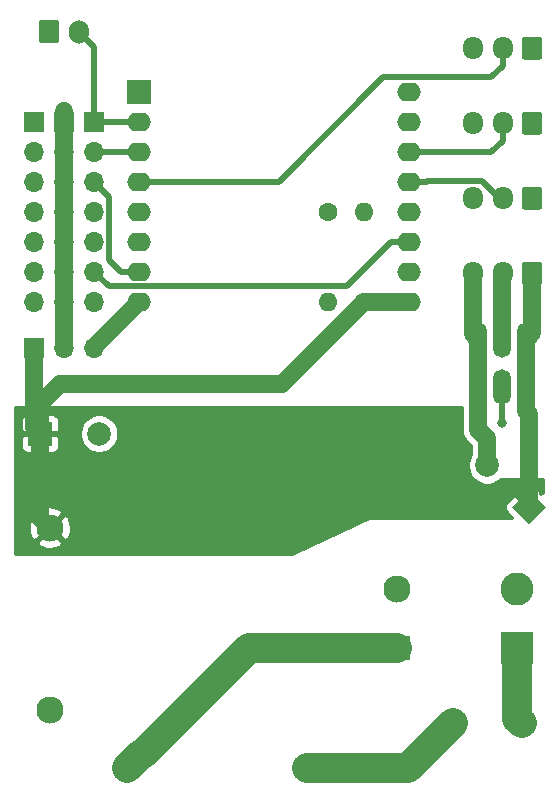
<source format=gtl>
G04 #@! TF.GenerationSoftware,KiCad,Pcbnew,5.1.5+dfsg1-2build2*
G04 #@! TF.CreationDate,2020-05-08T13:19:40+02:00*
G04 #@! TF.ProjectId,powered multisensor,706f7765-7265-4642-906d-756c74697365,rev?*
G04 #@! TF.SameCoordinates,Original*
G04 #@! TF.FileFunction,Copper,L1,Top*
G04 #@! TF.FilePolarity,Positive*
%FSLAX46Y46*%
G04 Gerber Fmt 4.6, Leading zero omitted, Abs format (unit mm)*
G04 Created by KiCad (PCBNEW 5.1.5+dfsg1-2build2) date 2020-05-08 13:19:40*
%MOMM*%
%LPD*%
G04 APERTURE LIST*
%ADD10O,1.500000X3.000000*%
%ADD11R,2.000000X2.000000*%
%ADD12C,2.000000*%
%ADD13R,1.700000X1.700000*%
%ADD14O,1.700000X1.700000*%
%ADD15R,2.800000X2.800000*%
%ADD16C,2.800000*%
%ADD17O,1.700000X1.950000*%
%ADD18C,0.100000*%
%ADD19O,1.700000X2.000000*%
%ADD20C,2.300000*%
%ADD21R,2.300000X2.000000*%
%ADD22C,1.600000*%
%ADD23O,1.600000X1.600000*%
%ADD24C,2.400000*%
%ADD25O,2.400000X2.400000*%
%ADD26O,2.000000X1.600000*%
%ADD27O,2.200000X1.524000*%
%ADD28C,0.800000*%
%ADD29C,1.500000*%
%ADD30C,0.250000*%
%ADD31C,0.500000*%
%ADD32C,2.500000*%
%ADD33C,0.254000*%
G04 APERTURE END LIST*
D10*
X97250000Y-52610000D03*
X95250000Y-52610000D03*
X93250000Y-52610000D03*
X97250000Y-56610000D03*
X95250000Y-56610000D03*
X93250000Y-56610000D03*
D11*
X56134000Y-60579000D03*
D12*
X61134000Y-60579000D03*
D13*
X60706000Y-34163000D03*
D14*
X60706000Y-36703000D03*
X60706000Y-39243000D03*
X60706000Y-41783000D03*
X60706000Y-44323000D03*
X60706000Y-46863000D03*
X60706000Y-49403000D03*
D15*
X96520000Y-78740000D03*
D16*
X96520000Y-73740000D03*
D14*
X55626000Y-49403000D03*
X55626000Y-46863000D03*
X55626000Y-44323000D03*
X55626000Y-41783000D03*
X55626000Y-39243000D03*
X55626000Y-36703000D03*
D13*
X55626000Y-34163000D03*
X55626000Y-53340000D03*
D14*
X58166000Y-53340000D03*
X60706000Y-53340000D03*
D13*
X58166000Y-34163000D03*
D14*
X58166000Y-36703000D03*
X58166000Y-39243000D03*
X58166000Y-41783000D03*
X58166000Y-44323000D03*
X58166000Y-46863000D03*
X58166000Y-49403000D03*
D17*
X92790000Y-27940000D03*
X95290000Y-27940000D03*
G04 #@! TA.AperFunction,ComponentPad*
D18*
G36*
X98414504Y-26966204D02*
G01*
X98438773Y-26969804D01*
X98462571Y-26975765D01*
X98485671Y-26984030D01*
X98507849Y-26994520D01*
X98528893Y-27007133D01*
X98548598Y-27021747D01*
X98566777Y-27038223D01*
X98583253Y-27056402D01*
X98597867Y-27076107D01*
X98610480Y-27097151D01*
X98620970Y-27119329D01*
X98629235Y-27142429D01*
X98635196Y-27166227D01*
X98638796Y-27190496D01*
X98640000Y-27215000D01*
X98640000Y-28665000D01*
X98638796Y-28689504D01*
X98635196Y-28713773D01*
X98629235Y-28737571D01*
X98620970Y-28760671D01*
X98610480Y-28782849D01*
X98597867Y-28803893D01*
X98583253Y-28823598D01*
X98566777Y-28841777D01*
X98548598Y-28858253D01*
X98528893Y-28872867D01*
X98507849Y-28885480D01*
X98485671Y-28895970D01*
X98462571Y-28904235D01*
X98438773Y-28910196D01*
X98414504Y-28913796D01*
X98390000Y-28915000D01*
X97190000Y-28915000D01*
X97165496Y-28913796D01*
X97141227Y-28910196D01*
X97117429Y-28904235D01*
X97094329Y-28895970D01*
X97072151Y-28885480D01*
X97051107Y-28872867D01*
X97031402Y-28858253D01*
X97013223Y-28841777D01*
X96996747Y-28823598D01*
X96982133Y-28803893D01*
X96969520Y-28782849D01*
X96959030Y-28760671D01*
X96950765Y-28737571D01*
X96944804Y-28713773D01*
X96941204Y-28689504D01*
X96940000Y-28665000D01*
X96940000Y-27215000D01*
X96941204Y-27190496D01*
X96944804Y-27166227D01*
X96950765Y-27142429D01*
X96959030Y-27119329D01*
X96969520Y-27097151D01*
X96982133Y-27076107D01*
X96996747Y-27056402D01*
X97013223Y-27038223D01*
X97031402Y-27021747D01*
X97051107Y-27007133D01*
X97072151Y-26994520D01*
X97094329Y-26984030D01*
X97117429Y-26975765D01*
X97141227Y-26969804D01*
X97165496Y-26966204D01*
X97190000Y-26965000D01*
X98390000Y-26965000D01*
X98414504Y-26966204D01*
G37*
G04 #@! TD.AperFunction*
G04 #@! TA.AperFunction,ComponentPad*
G36*
X98414504Y-33316204D02*
G01*
X98438773Y-33319804D01*
X98462571Y-33325765D01*
X98485671Y-33334030D01*
X98507849Y-33344520D01*
X98528893Y-33357133D01*
X98548598Y-33371747D01*
X98566777Y-33388223D01*
X98583253Y-33406402D01*
X98597867Y-33426107D01*
X98610480Y-33447151D01*
X98620970Y-33469329D01*
X98629235Y-33492429D01*
X98635196Y-33516227D01*
X98638796Y-33540496D01*
X98640000Y-33565000D01*
X98640000Y-35015000D01*
X98638796Y-35039504D01*
X98635196Y-35063773D01*
X98629235Y-35087571D01*
X98620970Y-35110671D01*
X98610480Y-35132849D01*
X98597867Y-35153893D01*
X98583253Y-35173598D01*
X98566777Y-35191777D01*
X98548598Y-35208253D01*
X98528893Y-35222867D01*
X98507849Y-35235480D01*
X98485671Y-35245970D01*
X98462571Y-35254235D01*
X98438773Y-35260196D01*
X98414504Y-35263796D01*
X98390000Y-35265000D01*
X97190000Y-35265000D01*
X97165496Y-35263796D01*
X97141227Y-35260196D01*
X97117429Y-35254235D01*
X97094329Y-35245970D01*
X97072151Y-35235480D01*
X97051107Y-35222867D01*
X97031402Y-35208253D01*
X97013223Y-35191777D01*
X96996747Y-35173598D01*
X96982133Y-35153893D01*
X96969520Y-35132849D01*
X96959030Y-35110671D01*
X96950765Y-35087571D01*
X96944804Y-35063773D01*
X96941204Y-35039504D01*
X96940000Y-35015000D01*
X96940000Y-33565000D01*
X96941204Y-33540496D01*
X96944804Y-33516227D01*
X96950765Y-33492429D01*
X96959030Y-33469329D01*
X96969520Y-33447151D01*
X96982133Y-33426107D01*
X96996747Y-33406402D01*
X97013223Y-33388223D01*
X97031402Y-33371747D01*
X97051107Y-33357133D01*
X97072151Y-33344520D01*
X97094329Y-33334030D01*
X97117429Y-33325765D01*
X97141227Y-33319804D01*
X97165496Y-33316204D01*
X97190000Y-33315000D01*
X98390000Y-33315000D01*
X98414504Y-33316204D01*
G37*
G04 #@! TD.AperFunction*
D17*
X95290000Y-34290000D03*
X92790000Y-34290000D03*
X92790000Y-40640000D03*
X95290000Y-40640000D03*
G04 #@! TA.AperFunction,ComponentPad*
D18*
G36*
X98414504Y-39666204D02*
G01*
X98438773Y-39669804D01*
X98462571Y-39675765D01*
X98485671Y-39684030D01*
X98507849Y-39694520D01*
X98528893Y-39707133D01*
X98548598Y-39721747D01*
X98566777Y-39738223D01*
X98583253Y-39756402D01*
X98597867Y-39776107D01*
X98610480Y-39797151D01*
X98620970Y-39819329D01*
X98629235Y-39842429D01*
X98635196Y-39866227D01*
X98638796Y-39890496D01*
X98640000Y-39915000D01*
X98640000Y-41365000D01*
X98638796Y-41389504D01*
X98635196Y-41413773D01*
X98629235Y-41437571D01*
X98620970Y-41460671D01*
X98610480Y-41482849D01*
X98597867Y-41503893D01*
X98583253Y-41523598D01*
X98566777Y-41541777D01*
X98548598Y-41558253D01*
X98528893Y-41572867D01*
X98507849Y-41585480D01*
X98485671Y-41595970D01*
X98462571Y-41604235D01*
X98438773Y-41610196D01*
X98414504Y-41613796D01*
X98390000Y-41615000D01*
X97190000Y-41615000D01*
X97165496Y-41613796D01*
X97141227Y-41610196D01*
X97117429Y-41604235D01*
X97094329Y-41595970D01*
X97072151Y-41585480D01*
X97051107Y-41572867D01*
X97031402Y-41558253D01*
X97013223Y-41541777D01*
X96996747Y-41523598D01*
X96982133Y-41503893D01*
X96969520Y-41482849D01*
X96959030Y-41460671D01*
X96950765Y-41437571D01*
X96944804Y-41413773D01*
X96941204Y-41389504D01*
X96940000Y-41365000D01*
X96940000Y-39915000D01*
X96941204Y-39890496D01*
X96944804Y-39866227D01*
X96950765Y-39842429D01*
X96959030Y-39819329D01*
X96969520Y-39797151D01*
X96982133Y-39776107D01*
X96996747Y-39756402D01*
X97013223Y-39738223D01*
X97031402Y-39721747D01*
X97051107Y-39707133D01*
X97072151Y-39694520D01*
X97094329Y-39684030D01*
X97117429Y-39675765D01*
X97141227Y-39669804D01*
X97165496Y-39666204D01*
X97190000Y-39665000D01*
X98390000Y-39665000D01*
X98414504Y-39666204D01*
G37*
G04 #@! TD.AperFunction*
G04 #@! TA.AperFunction,ComponentPad*
G36*
X57520504Y-25544204D02*
G01*
X57544773Y-25547804D01*
X57568571Y-25553765D01*
X57591671Y-25562030D01*
X57613849Y-25572520D01*
X57634893Y-25585133D01*
X57654598Y-25599747D01*
X57672777Y-25616223D01*
X57689253Y-25634402D01*
X57703867Y-25654107D01*
X57716480Y-25675151D01*
X57726970Y-25697329D01*
X57735235Y-25720429D01*
X57741196Y-25744227D01*
X57744796Y-25768496D01*
X57746000Y-25793000D01*
X57746000Y-27293000D01*
X57744796Y-27317504D01*
X57741196Y-27341773D01*
X57735235Y-27365571D01*
X57726970Y-27388671D01*
X57716480Y-27410849D01*
X57703867Y-27431893D01*
X57689253Y-27451598D01*
X57672777Y-27469777D01*
X57654598Y-27486253D01*
X57634893Y-27500867D01*
X57613849Y-27513480D01*
X57591671Y-27523970D01*
X57568571Y-27532235D01*
X57544773Y-27538196D01*
X57520504Y-27541796D01*
X57496000Y-27543000D01*
X56296000Y-27543000D01*
X56271496Y-27541796D01*
X56247227Y-27538196D01*
X56223429Y-27532235D01*
X56200329Y-27523970D01*
X56178151Y-27513480D01*
X56157107Y-27500867D01*
X56137402Y-27486253D01*
X56119223Y-27469777D01*
X56102747Y-27451598D01*
X56088133Y-27431893D01*
X56075520Y-27410849D01*
X56065030Y-27388671D01*
X56056765Y-27365571D01*
X56050804Y-27341773D01*
X56047204Y-27317504D01*
X56046000Y-27293000D01*
X56046000Y-25793000D01*
X56047204Y-25768496D01*
X56050804Y-25744227D01*
X56056765Y-25720429D01*
X56065030Y-25697329D01*
X56075520Y-25675151D01*
X56088133Y-25654107D01*
X56102747Y-25634402D01*
X56119223Y-25616223D01*
X56137402Y-25599747D01*
X56157107Y-25585133D01*
X56178151Y-25572520D01*
X56200329Y-25562030D01*
X56223429Y-25553765D01*
X56247227Y-25547804D01*
X56271496Y-25544204D01*
X56296000Y-25543000D01*
X57496000Y-25543000D01*
X57520504Y-25544204D01*
G37*
G04 #@! TD.AperFunction*
D19*
X59396000Y-26543000D03*
G04 #@! TA.AperFunction,ComponentPad*
D18*
G36*
X98414504Y-46016204D02*
G01*
X98438773Y-46019804D01*
X98462571Y-46025765D01*
X98485671Y-46034030D01*
X98507849Y-46044520D01*
X98528893Y-46057133D01*
X98548598Y-46071747D01*
X98566777Y-46088223D01*
X98583253Y-46106402D01*
X98597867Y-46126107D01*
X98610480Y-46147151D01*
X98620970Y-46169329D01*
X98629235Y-46192429D01*
X98635196Y-46216227D01*
X98638796Y-46240496D01*
X98640000Y-46265000D01*
X98640000Y-47715000D01*
X98638796Y-47739504D01*
X98635196Y-47763773D01*
X98629235Y-47787571D01*
X98620970Y-47810671D01*
X98610480Y-47832849D01*
X98597867Y-47853893D01*
X98583253Y-47873598D01*
X98566777Y-47891777D01*
X98548598Y-47908253D01*
X98528893Y-47922867D01*
X98507849Y-47935480D01*
X98485671Y-47945970D01*
X98462571Y-47954235D01*
X98438773Y-47960196D01*
X98414504Y-47963796D01*
X98390000Y-47965000D01*
X97190000Y-47965000D01*
X97165496Y-47963796D01*
X97141227Y-47960196D01*
X97117429Y-47954235D01*
X97094329Y-47945970D01*
X97072151Y-47935480D01*
X97051107Y-47922867D01*
X97031402Y-47908253D01*
X97013223Y-47891777D01*
X96996747Y-47873598D01*
X96982133Y-47853893D01*
X96969520Y-47832849D01*
X96959030Y-47810671D01*
X96950765Y-47787571D01*
X96944804Y-47763773D01*
X96941204Y-47739504D01*
X96940000Y-47715000D01*
X96940000Y-46265000D01*
X96941204Y-46240496D01*
X96944804Y-46216227D01*
X96950765Y-46192429D01*
X96959030Y-46169329D01*
X96969520Y-46147151D01*
X96982133Y-46126107D01*
X96996747Y-46106402D01*
X97013223Y-46088223D01*
X97031402Y-46071747D01*
X97051107Y-46057133D01*
X97072151Y-46044520D01*
X97094329Y-46034030D01*
X97117429Y-46025765D01*
X97141227Y-46019804D01*
X97165496Y-46016204D01*
X97190000Y-46015000D01*
X98390000Y-46015000D01*
X98414504Y-46016204D01*
G37*
G04 #@! TD.AperFunction*
D17*
X95290000Y-46990000D03*
X92790000Y-46990000D03*
D20*
X56960000Y-83940000D03*
D21*
X86360000Y-78740000D03*
D20*
X86360000Y-73740000D03*
X56960000Y-68540000D03*
D22*
X80518000Y-41783000D03*
D23*
X80518000Y-49403000D03*
X83566000Y-41783000D03*
D22*
X83566000Y-49403000D03*
D24*
X78740000Y-88900000D03*
D25*
X63500000Y-88900000D03*
D26*
X64516000Y-34163000D03*
D11*
X64516000Y-31623000D03*
D26*
X64516000Y-36703000D03*
X64516000Y-39243000D03*
X64516000Y-41783000D03*
X64516000Y-44323000D03*
X64516000Y-46863000D03*
X64516000Y-49403000D03*
X87376000Y-49403000D03*
X87376000Y-46863000D03*
X87376000Y-44323000D03*
X87376000Y-41783000D03*
X87376000Y-39243000D03*
X87376000Y-36703000D03*
X87376000Y-34163000D03*
X87376000Y-31623000D03*
D27*
X91080000Y-85090000D03*
X96900000Y-85090000D03*
G04 #@! TA.AperFunction,ComponentPad*
D18*
G36*
X98950214Y-66802000D02*
G01*
X97536000Y-68216214D01*
X96121786Y-66802000D01*
X97536000Y-65387786D01*
X98950214Y-66802000D01*
G37*
G04 #@! TD.AperFunction*
D12*
X94000466Y-63266466D03*
D28*
X95250000Y-59690000D03*
D29*
X97250000Y-56610000D02*
X97250000Y-52610000D01*
X97790000Y-52070000D02*
X97250000Y-52610000D01*
X97790000Y-46990000D02*
X97790000Y-52070000D01*
X55626000Y-60071000D02*
X56134000Y-60579000D01*
X55626000Y-53213000D02*
X55626000Y-60071000D01*
X56134000Y-67714000D02*
X56960000Y-68540000D01*
X56134000Y-60579000D02*
X56134000Y-67714000D01*
X87376000Y-49403000D02*
X83566000Y-49403000D01*
X56134000Y-58079000D02*
X57825000Y-56388000D01*
X56134000Y-60579000D02*
X56134000Y-58079000D01*
X57825000Y-56388000D02*
X76581000Y-56388000D01*
X76581000Y-56388000D02*
X83566000Y-49403000D01*
X97250000Y-56610000D02*
X97250000Y-58642000D01*
X97536000Y-58928000D02*
X97536000Y-66802000D01*
X97250000Y-58642000D02*
X97536000Y-58928000D01*
X92790000Y-52150000D02*
X93250000Y-52610000D01*
X92790000Y-46990000D02*
X92790000Y-52150000D01*
X93250000Y-52610000D02*
X93250000Y-56610000D01*
X93250000Y-56610000D02*
X93250000Y-60230000D01*
X94000466Y-60980466D02*
X94000466Y-63266466D01*
X93250000Y-60230000D02*
X94000466Y-60980466D01*
X95250000Y-47030000D02*
X95290000Y-46990000D01*
X95250000Y-52610000D02*
X95250000Y-47030000D01*
D30*
X95250000Y-59690000D02*
X95250000Y-59690000D01*
D31*
X95250000Y-59690000D02*
X95250000Y-56610000D01*
D32*
X96520000Y-84710000D02*
X96900000Y-85090000D01*
X96520000Y-78740000D02*
X96520000Y-84710000D01*
X91080000Y-85090000D02*
X91059000Y-85090000D01*
X87249000Y-88900000D02*
X78740000Y-88900000D01*
X91059000Y-85090000D02*
X87249000Y-88900000D01*
D31*
X60706000Y-27853000D02*
X59396000Y-26543000D01*
X60706000Y-34163000D02*
X60706000Y-27853000D01*
X60706000Y-34163000D02*
X64516000Y-34163000D01*
X64516000Y-36703000D02*
X60706000Y-36703000D01*
X63016000Y-46863000D02*
X64516000Y-46863000D01*
X62006001Y-45853001D02*
X63016000Y-46863000D01*
X62006001Y-40543001D02*
X62006001Y-45853001D01*
X60706000Y-39243000D02*
X62006001Y-40543001D01*
X85876000Y-44323000D02*
X87376000Y-44323000D01*
X82085990Y-48113010D02*
X85876000Y-44323000D01*
X61956010Y-48113010D02*
X82085990Y-48113010D01*
X60706000Y-46863000D02*
X61956010Y-48113010D01*
D29*
X58166000Y-33292998D02*
X58166000Y-34163000D01*
X58166000Y-53213000D02*
X58166000Y-33292998D01*
X64516000Y-49403000D02*
X60706000Y-53213000D01*
D31*
X64516000Y-39243000D02*
X76327000Y-39243000D01*
X95290000Y-29415000D02*
X95290000Y-27940000D01*
X94332010Y-30372990D02*
X95290000Y-29415000D01*
X85197010Y-30372990D02*
X94332010Y-30372990D01*
X76327000Y-39243000D02*
X85197010Y-30372990D01*
X88876000Y-36703000D02*
X87376000Y-36703000D01*
X94352000Y-36703000D02*
X88876000Y-36703000D01*
X95290000Y-35765000D02*
X94352000Y-36703000D01*
X95290000Y-34290000D02*
X95290000Y-35765000D01*
X94996000Y-40640000D02*
X95290000Y-40640000D01*
X93570990Y-39214990D02*
X94996000Y-40640000D01*
X88904010Y-39214990D02*
X93570990Y-39214990D01*
X88876000Y-39243000D02*
X88904010Y-39214990D01*
X87376000Y-39243000D02*
X88876000Y-39243000D01*
D32*
X64699999Y-87700001D02*
X64826999Y-87700001D01*
X63500000Y-88900000D02*
X64699999Y-87700001D01*
X73787000Y-78740000D02*
X86360000Y-78740000D01*
X64826999Y-87700001D02*
X73787000Y-78740000D01*
D33*
G36*
X91865001Y-60161961D02*
G01*
X91858300Y-60230000D01*
X91885040Y-60501507D01*
X91964236Y-60762580D01*
X92092844Y-61003188D01*
X92222548Y-61161233D01*
X92222551Y-61161236D01*
X92265920Y-61214081D01*
X92318765Y-61257450D01*
X92615466Y-61554151D01*
X92615467Y-62396342D01*
X92551548Y-62492003D01*
X92428298Y-62789554D01*
X92365466Y-63105433D01*
X92365466Y-63427499D01*
X92428298Y-63743378D01*
X92551548Y-64040929D01*
X92730479Y-64308718D01*
X92958214Y-64536453D01*
X93226003Y-64715384D01*
X93523554Y-64838634D01*
X93839433Y-64901466D01*
X94161499Y-64901466D01*
X94477378Y-64838634D01*
X94774929Y-64715384D01*
X95042718Y-64536453D01*
X95190171Y-64389000D01*
X98679000Y-64389000D01*
X98679000Y-65632760D01*
X98602316Y-65556076D01*
X98490064Y-65668328D01*
X98490064Y-65443825D01*
X97987185Y-64936601D01*
X97890494Y-64857248D01*
X97780180Y-64798284D01*
X97660481Y-64761975D01*
X97536000Y-64749714D01*
X97411519Y-64761975D01*
X97291820Y-64798284D01*
X97181506Y-64857248D01*
X97084815Y-64936601D01*
X96581936Y-65443825D01*
X96581936Y-65668331D01*
X97536000Y-66622395D01*
X97550143Y-66608253D01*
X97729748Y-66787858D01*
X97715605Y-66802000D01*
X97729748Y-66816143D01*
X97550143Y-66995748D01*
X97536000Y-66981605D01*
X97521858Y-66995748D01*
X97342253Y-66816143D01*
X97356395Y-66802000D01*
X96402331Y-65847936D01*
X96177825Y-65847936D01*
X95670601Y-66350815D01*
X95591248Y-66447506D01*
X95532284Y-66557820D01*
X95495975Y-66677519D01*
X95483714Y-66802000D01*
X95495975Y-66926481D01*
X95532284Y-67046180D01*
X95591248Y-67156494D01*
X95670601Y-67253185D01*
X96112199Y-67691000D01*
X84074000Y-67691000D01*
X84049224Y-67693440D01*
X84020780Y-67702689D01*
X77442106Y-70739000D01*
X54000000Y-70739000D01*
X54000000Y-69782349D01*
X55897256Y-69782349D01*
X56011118Y-70062090D01*
X56326296Y-70217961D01*
X56665826Y-70309349D01*
X57016661Y-70332741D01*
X57365319Y-70287240D01*
X57698400Y-70174594D01*
X57908882Y-70062090D01*
X58022744Y-69782349D01*
X56960000Y-68719605D01*
X55897256Y-69782349D01*
X54000000Y-69782349D01*
X54000000Y-68596661D01*
X55167259Y-68596661D01*
X55212760Y-68945319D01*
X55325406Y-69278400D01*
X55437910Y-69488882D01*
X55717651Y-69602744D01*
X56780395Y-68540000D01*
X57139605Y-68540000D01*
X58202349Y-69602744D01*
X58482090Y-69488882D01*
X58637961Y-69173704D01*
X58729349Y-68834174D01*
X58752741Y-68483339D01*
X58707240Y-68134681D01*
X58594594Y-67801600D01*
X58482090Y-67591118D01*
X58202349Y-67477256D01*
X57139605Y-68540000D01*
X56780395Y-68540000D01*
X55717651Y-67477256D01*
X55437910Y-67591118D01*
X55282039Y-67906296D01*
X55190651Y-68245826D01*
X55167259Y-68596661D01*
X54000000Y-68596661D01*
X54000000Y-67297651D01*
X55897256Y-67297651D01*
X56960000Y-68360395D01*
X58022744Y-67297651D01*
X57908882Y-67017910D01*
X57593704Y-66862039D01*
X57254174Y-66770651D01*
X56903339Y-66747259D01*
X56554681Y-66792760D01*
X56221600Y-66905406D01*
X56011118Y-67017910D01*
X55897256Y-67297651D01*
X54000000Y-67297651D01*
X54000000Y-61579000D01*
X54495928Y-61579000D01*
X54508188Y-61703482D01*
X54544498Y-61823180D01*
X54603463Y-61933494D01*
X54682815Y-62030185D01*
X54779506Y-62109537D01*
X54889820Y-62168502D01*
X55009518Y-62204812D01*
X55134000Y-62217072D01*
X55848250Y-62214000D01*
X56007000Y-62055250D01*
X56007000Y-60706000D01*
X56261000Y-60706000D01*
X56261000Y-62055250D01*
X56419750Y-62214000D01*
X57134000Y-62217072D01*
X57258482Y-62204812D01*
X57378180Y-62168502D01*
X57488494Y-62109537D01*
X57585185Y-62030185D01*
X57664537Y-61933494D01*
X57723502Y-61823180D01*
X57759812Y-61703482D01*
X57772072Y-61579000D01*
X57769000Y-60864750D01*
X57610250Y-60706000D01*
X56261000Y-60706000D01*
X56007000Y-60706000D01*
X54657750Y-60706000D01*
X54499000Y-60864750D01*
X54495928Y-61579000D01*
X54000000Y-61579000D01*
X54000000Y-59579000D01*
X54495928Y-59579000D01*
X54499000Y-60293250D01*
X54657750Y-60452000D01*
X56007000Y-60452000D01*
X56007000Y-59102750D01*
X56261000Y-59102750D01*
X56261000Y-60452000D01*
X57610250Y-60452000D01*
X57644283Y-60417967D01*
X59499000Y-60417967D01*
X59499000Y-60740033D01*
X59561832Y-61055912D01*
X59685082Y-61353463D01*
X59864013Y-61621252D01*
X60091748Y-61848987D01*
X60359537Y-62027918D01*
X60657088Y-62151168D01*
X60972967Y-62214000D01*
X61295033Y-62214000D01*
X61610912Y-62151168D01*
X61908463Y-62027918D01*
X62176252Y-61848987D01*
X62403987Y-61621252D01*
X62582918Y-61353463D01*
X62706168Y-61055912D01*
X62769000Y-60740033D01*
X62769000Y-60417967D01*
X62706168Y-60102088D01*
X62582918Y-59804537D01*
X62403987Y-59536748D01*
X62176252Y-59309013D01*
X61908463Y-59130082D01*
X61610912Y-59006832D01*
X61295033Y-58944000D01*
X60972967Y-58944000D01*
X60657088Y-59006832D01*
X60359537Y-59130082D01*
X60091748Y-59309013D01*
X59864013Y-59536748D01*
X59685082Y-59804537D01*
X59561832Y-60102088D01*
X59499000Y-60417967D01*
X57644283Y-60417967D01*
X57769000Y-60293250D01*
X57772072Y-59579000D01*
X57759812Y-59454518D01*
X57723502Y-59334820D01*
X57664537Y-59224506D01*
X57585185Y-59127815D01*
X57488494Y-59048463D01*
X57378180Y-58989498D01*
X57258482Y-58953188D01*
X57134000Y-58940928D01*
X56419750Y-58944000D01*
X56261000Y-59102750D01*
X56007000Y-59102750D01*
X55848250Y-58944000D01*
X55134000Y-58940928D01*
X55009518Y-58953188D01*
X54889820Y-58989498D01*
X54779506Y-59048463D01*
X54682815Y-59127815D01*
X54603463Y-59224506D01*
X54544498Y-59334820D01*
X54508188Y-59454518D01*
X54495928Y-59579000D01*
X54000000Y-59579000D01*
X54000000Y-58293000D01*
X91865000Y-58293000D01*
X91865001Y-60161961D01*
G37*
X91865001Y-60161961D02*
X91858300Y-60230000D01*
X91885040Y-60501507D01*
X91964236Y-60762580D01*
X92092844Y-61003188D01*
X92222548Y-61161233D01*
X92222551Y-61161236D01*
X92265920Y-61214081D01*
X92318765Y-61257450D01*
X92615466Y-61554151D01*
X92615467Y-62396342D01*
X92551548Y-62492003D01*
X92428298Y-62789554D01*
X92365466Y-63105433D01*
X92365466Y-63427499D01*
X92428298Y-63743378D01*
X92551548Y-64040929D01*
X92730479Y-64308718D01*
X92958214Y-64536453D01*
X93226003Y-64715384D01*
X93523554Y-64838634D01*
X93839433Y-64901466D01*
X94161499Y-64901466D01*
X94477378Y-64838634D01*
X94774929Y-64715384D01*
X95042718Y-64536453D01*
X95190171Y-64389000D01*
X98679000Y-64389000D01*
X98679000Y-65632760D01*
X98602316Y-65556076D01*
X98490064Y-65668328D01*
X98490064Y-65443825D01*
X97987185Y-64936601D01*
X97890494Y-64857248D01*
X97780180Y-64798284D01*
X97660481Y-64761975D01*
X97536000Y-64749714D01*
X97411519Y-64761975D01*
X97291820Y-64798284D01*
X97181506Y-64857248D01*
X97084815Y-64936601D01*
X96581936Y-65443825D01*
X96581936Y-65668331D01*
X97536000Y-66622395D01*
X97550143Y-66608253D01*
X97729748Y-66787858D01*
X97715605Y-66802000D01*
X97729748Y-66816143D01*
X97550143Y-66995748D01*
X97536000Y-66981605D01*
X97521858Y-66995748D01*
X97342253Y-66816143D01*
X97356395Y-66802000D01*
X96402331Y-65847936D01*
X96177825Y-65847936D01*
X95670601Y-66350815D01*
X95591248Y-66447506D01*
X95532284Y-66557820D01*
X95495975Y-66677519D01*
X95483714Y-66802000D01*
X95495975Y-66926481D01*
X95532284Y-67046180D01*
X95591248Y-67156494D01*
X95670601Y-67253185D01*
X96112199Y-67691000D01*
X84074000Y-67691000D01*
X84049224Y-67693440D01*
X84020780Y-67702689D01*
X77442106Y-70739000D01*
X54000000Y-70739000D01*
X54000000Y-69782349D01*
X55897256Y-69782349D01*
X56011118Y-70062090D01*
X56326296Y-70217961D01*
X56665826Y-70309349D01*
X57016661Y-70332741D01*
X57365319Y-70287240D01*
X57698400Y-70174594D01*
X57908882Y-70062090D01*
X58022744Y-69782349D01*
X56960000Y-68719605D01*
X55897256Y-69782349D01*
X54000000Y-69782349D01*
X54000000Y-68596661D01*
X55167259Y-68596661D01*
X55212760Y-68945319D01*
X55325406Y-69278400D01*
X55437910Y-69488882D01*
X55717651Y-69602744D01*
X56780395Y-68540000D01*
X57139605Y-68540000D01*
X58202349Y-69602744D01*
X58482090Y-69488882D01*
X58637961Y-69173704D01*
X58729349Y-68834174D01*
X58752741Y-68483339D01*
X58707240Y-68134681D01*
X58594594Y-67801600D01*
X58482090Y-67591118D01*
X58202349Y-67477256D01*
X57139605Y-68540000D01*
X56780395Y-68540000D01*
X55717651Y-67477256D01*
X55437910Y-67591118D01*
X55282039Y-67906296D01*
X55190651Y-68245826D01*
X55167259Y-68596661D01*
X54000000Y-68596661D01*
X54000000Y-67297651D01*
X55897256Y-67297651D01*
X56960000Y-68360395D01*
X58022744Y-67297651D01*
X57908882Y-67017910D01*
X57593704Y-66862039D01*
X57254174Y-66770651D01*
X56903339Y-66747259D01*
X56554681Y-66792760D01*
X56221600Y-66905406D01*
X56011118Y-67017910D01*
X55897256Y-67297651D01*
X54000000Y-67297651D01*
X54000000Y-61579000D01*
X54495928Y-61579000D01*
X54508188Y-61703482D01*
X54544498Y-61823180D01*
X54603463Y-61933494D01*
X54682815Y-62030185D01*
X54779506Y-62109537D01*
X54889820Y-62168502D01*
X55009518Y-62204812D01*
X55134000Y-62217072D01*
X55848250Y-62214000D01*
X56007000Y-62055250D01*
X56007000Y-60706000D01*
X56261000Y-60706000D01*
X56261000Y-62055250D01*
X56419750Y-62214000D01*
X57134000Y-62217072D01*
X57258482Y-62204812D01*
X57378180Y-62168502D01*
X57488494Y-62109537D01*
X57585185Y-62030185D01*
X57664537Y-61933494D01*
X57723502Y-61823180D01*
X57759812Y-61703482D01*
X57772072Y-61579000D01*
X57769000Y-60864750D01*
X57610250Y-60706000D01*
X56261000Y-60706000D01*
X56007000Y-60706000D01*
X54657750Y-60706000D01*
X54499000Y-60864750D01*
X54495928Y-61579000D01*
X54000000Y-61579000D01*
X54000000Y-59579000D01*
X54495928Y-59579000D01*
X54499000Y-60293250D01*
X54657750Y-60452000D01*
X56007000Y-60452000D01*
X56007000Y-59102750D01*
X56261000Y-59102750D01*
X56261000Y-60452000D01*
X57610250Y-60452000D01*
X57644283Y-60417967D01*
X59499000Y-60417967D01*
X59499000Y-60740033D01*
X59561832Y-61055912D01*
X59685082Y-61353463D01*
X59864013Y-61621252D01*
X60091748Y-61848987D01*
X60359537Y-62027918D01*
X60657088Y-62151168D01*
X60972967Y-62214000D01*
X61295033Y-62214000D01*
X61610912Y-62151168D01*
X61908463Y-62027918D01*
X62176252Y-61848987D01*
X62403987Y-61621252D01*
X62582918Y-61353463D01*
X62706168Y-61055912D01*
X62769000Y-60740033D01*
X62769000Y-60417967D01*
X62706168Y-60102088D01*
X62582918Y-59804537D01*
X62403987Y-59536748D01*
X62176252Y-59309013D01*
X61908463Y-59130082D01*
X61610912Y-59006832D01*
X61295033Y-58944000D01*
X60972967Y-58944000D01*
X60657088Y-59006832D01*
X60359537Y-59130082D01*
X60091748Y-59309013D01*
X59864013Y-59536748D01*
X59685082Y-59804537D01*
X59561832Y-60102088D01*
X59499000Y-60417967D01*
X57644283Y-60417967D01*
X57769000Y-60293250D01*
X57772072Y-59579000D01*
X57759812Y-59454518D01*
X57723502Y-59334820D01*
X57664537Y-59224506D01*
X57585185Y-59127815D01*
X57488494Y-59048463D01*
X57378180Y-58989498D01*
X57258482Y-58953188D01*
X57134000Y-58940928D01*
X56419750Y-58944000D01*
X56261000Y-59102750D01*
X56007000Y-59102750D01*
X55848250Y-58944000D01*
X55134000Y-58940928D01*
X55009518Y-58953188D01*
X54889820Y-58989498D01*
X54779506Y-59048463D01*
X54682815Y-59127815D01*
X54603463Y-59224506D01*
X54544498Y-59334820D01*
X54508188Y-59454518D01*
X54495928Y-59579000D01*
X54000000Y-59579000D01*
X54000000Y-58293000D01*
X91865000Y-58293000D01*
X91865001Y-60161961D01*
M02*

</source>
